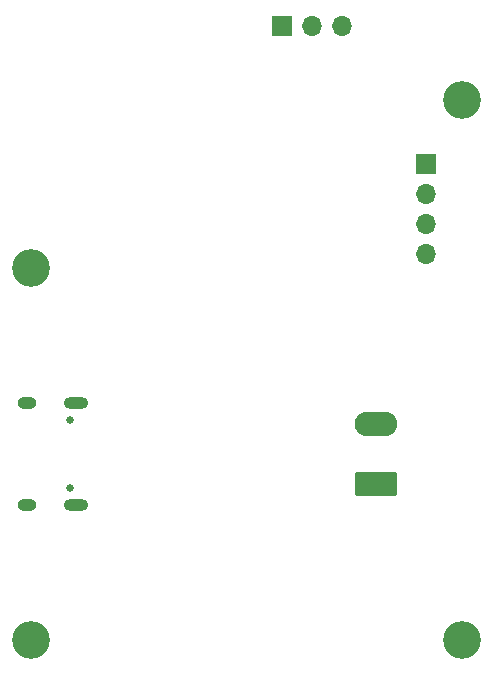
<source format=gbr>
%TF.GenerationSoftware,KiCad,Pcbnew,(7.0.0)*%
%TF.CreationDate,2023-10-01T16:50:46+07:00*%
%TF.ProjectId,CYPD3177,43595044-3331-4373-972e-6b696361645f,rev?*%
%TF.SameCoordinates,Original*%
%TF.FileFunction,Soldermask,Bot*%
%TF.FilePolarity,Negative*%
%FSLAX46Y46*%
G04 Gerber Fmt 4.6, Leading zero omitted, Abs format (unit mm)*
G04 Created by KiCad (PCBNEW (7.0.0)) date 2023-10-01 16:50:46*
%MOMM*%
%LPD*%
G01*
G04 APERTURE LIST*
G04 Aperture macros list*
%AMRoundRect*
0 Rectangle with rounded corners*
0 $1 Rounding radius*
0 $2 $3 $4 $5 $6 $7 $8 $9 X,Y pos of 4 corners*
0 Add a 4 corners polygon primitive as box body*
4,1,4,$2,$3,$4,$5,$6,$7,$8,$9,$2,$3,0*
0 Add four circle primitives for the rounded corners*
1,1,$1+$1,$2,$3*
1,1,$1+$1,$4,$5*
1,1,$1+$1,$6,$7*
1,1,$1+$1,$8,$9*
0 Add four rect primitives between the rounded corners*
20,1,$1+$1,$2,$3,$4,$5,0*
20,1,$1+$1,$4,$5,$6,$7,0*
20,1,$1+$1,$6,$7,$8,$9,0*
20,1,$1+$1,$8,$9,$2,$3,0*%
G04 Aperture macros list end*
%ADD10C,3.200000*%
%ADD11R,1.700000X1.700000*%
%ADD12O,1.700000X1.700000*%
%ADD13RoundRect,0.249999X1.550001X-0.790001X1.550001X0.790001X-1.550001X0.790001X-1.550001X-0.790001X0*%
%ADD14O,3.600000X2.080000*%
%ADD15C,0.650000*%
%ADD16O,2.100000X1.000000*%
%ADD17O,1.600000X1.000000*%
G04 APERTURE END LIST*
D10*
%TO.C,REF\u002A\u002A*%
X34250000Y-65750000D03*
%TD*%
D11*
%TO.C,J5*%
X55574999Y-13774999D03*
D12*
X58114999Y-13774999D03*
X60654999Y-13774999D03*
%TD*%
D13*
%TO.C,J2*%
X63472500Y-52540000D03*
D14*
X63472499Y-47459999D03*
%TD*%
D10*
%TO.C,REF\u002A\u002A*%
X70750000Y-20000000D03*
%TD*%
%TO.C,REF\u002A\u002A*%
X34250000Y-34250000D03*
%TD*%
D15*
%TO.C,J1*%
X37600000Y-47110000D03*
X37600000Y-52890000D03*
D16*
X38129999Y-45679999D03*
D17*
X33949999Y-45679999D03*
D16*
X38129999Y-54319999D03*
D17*
X33949999Y-54319999D03*
%TD*%
D10*
%TO.C,REF\u002A\u002A*%
X70750000Y-65750000D03*
%TD*%
D11*
%TO.C,J4*%
X67749999Y-25419999D03*
D12*
X67749999Y-27959999D03*
X67749999Y-30499999D03*
X67749999Y-33039999D03*
%TD*%
M02*

</source>
